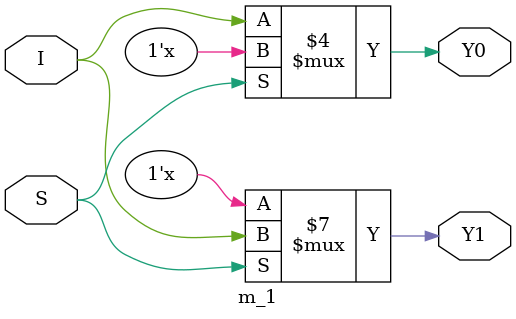
<source format=v>
module q1(A,B,C,D,clk,D0,D1);
  input A,B,C,D,clk;
  output  D0,D1;
  wire w1,w2;
  d_ff sm1(D,clk,w1);
  m_3 sm2(A,B,C,w2);
  m_1 sm3(w1,w2,D0,D1);
endmodule


module d_ff(D,clk,Q);
  input D,clk;
  output reg Q;
  always @(posedge clk)
  begin
    Q<=D;
  end
endmodule 
module m_3(A,B,C,Y);
  input A,B,C;
  output Y;
  assign Y = ~((A&B)|(~C));
endmodule

module m_1(I,S,Y0,Y1);
  input I,S;
  output reg Y0,Y1;
  always @(*)
  begin
    if(S==0)
      Y0=I;
    else
      Y1=I;
 end
   
  endmodule
  
  

</source>
